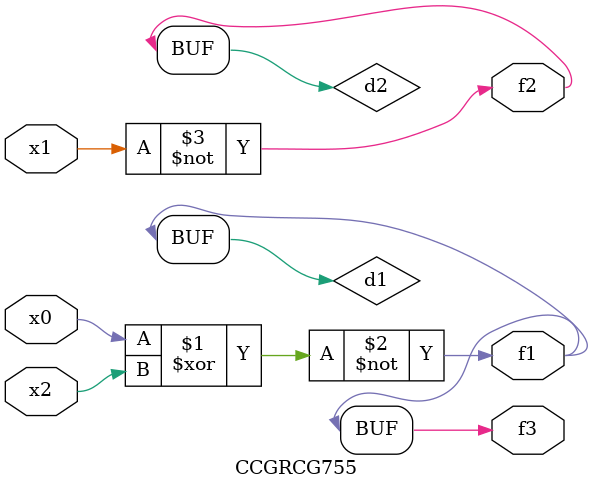
<source format=v>
module CCGRCG755(
	input x0, x1, x2,
	output f1, f2, f3
);

	wire d1, d2, d3;

	xnor (d1, x0, x2);
	nand (d2, x1);
	nor (d3, x1, x2);
	assign f1 = d1;
	assign f2 = d2;
	assign f3 = d1;
endmodule

</source>
